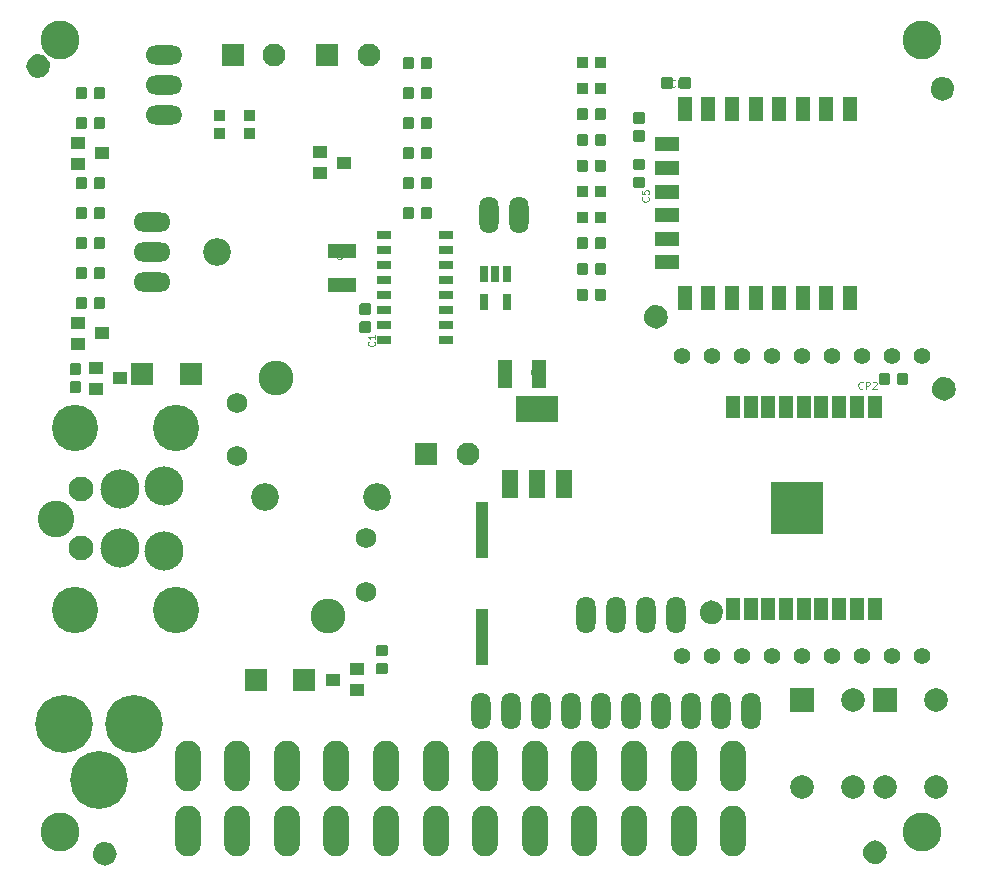
<source format=gts>
%TF.GenerationSoftware,KiCad,Pcbnew,(5.1.6-0-10_14)*%
%TF.CreationDate,2021-04-16T11:15:05+09:00*%
%TF.ProjectId,NinjaPCB_ver2.2,4e696e6a-6150-4434-925f-766572322e32,rev?*%
%TF.SameCoordinates,Original*%
%TF.FileFunction,Soldermask,Top*%
%TF.FilePolarity,Negative*%
%FSLAX46Y46*%
G04 Gerber Fmt 4.6, Leading zero omitted, Abs format (unit mm)*
G04 Created by KiCad (PCBNEW (5.1.6-0-10_14)) date 2021-04-16 11:15:05*
%MOMM*%
%LPD*%
G01*
G04 APERTURE LIST*
%ADD10C,0.038608*%
%ADD11C,0.060325*%
%ADD12C,0.100000*%
%ADD13C,3.300000*%
%ADD14C,1.951600*%
%ADD15R,1.951600X1.951600*%
%ADD16O,3.117600X1.609600*%
%ADD17O,2.201600X4.301600*%
%ADD18R,3.657600X2.260600*%
%ADD19R,1.371600X2.387600*%
%ADD20R,1.244600X2.387600*%
%ADD21R,1.101600X4.801600*%
%ADD22R,1.301600X0.701600*%
%ADD23C,2.006600*%
%ADD24R,2.006600X2.006600*%
%ADD25O,1.625600X3.149600*%
%ADD26C,4.901600*%
%ADD27C,2.951600*%
%ADD28C,1.751600*%
%ADD29C,2.351600*%
%ADD30R,1.901600X1.871600*%
%ADD31R,2.101600X1.301600*%
%ADD32R,1.301600X2.101600*%
%ADD33R,2.387600X1.244600*%
%ADD34R,4.401600X4.401600*%
%ADD35R,1.201600X1.951600*%
%ADD36R,1.244600X1.117600*%
%ADD37O,3.149600X1.625600*%
%ADD38C,1.409600*%
%ADD39C,2.100000*%
%ADD40C,3.917600*%
%ADD41C,3.101600*%
%ADD42C,3.317600*%
%ADD43R,0.660400X1.422400*%
G04 APERTURE END LIST*
%TO.C,C4*%
D10*
X152088136Y-99707045D02*
X152069751Y-99725430D01*
X152014597Y-99743815D01*
X151977827Y-99743815D01*
X151922673Y-99725430D01*
X151885903Y-99688660D01*
X151867519Y-99651891D01*
X151849134Y-99578352D01*
X151849134Y-99523198D01*
X151867519Y-99449659D01*
X151885903Y-99412889D01*
X151922673Y-99376120D01*
X151977827Y-99357735D01*
X152014597Y-99357735D01*
X152069751Y-99376120D01*
X152088136Y-99394504D01*
X152419061Y-99486428D02*
X152419061Y-99743815D01*
X152327138Y-99339350D02*
X152235214Y-99615121D01*
X152474216Y-99615121D01*
%TO.C,C1*%
D11*
X138628371Y-97011039D02*
X138657097Y-97039766D01*
X138685823Y-97125944D01*
X138685823Y-97183396D01*
X138657097Y-97269575D01*
X138599645Y-97327027D01*
X138542192Y-97355754D01*
X138427288Y-97384480D01*
X138341109Y-97384480D01*
X138226204Y-97355754D01*
X138168752Y-97327027D01*
X138111300Y-97269575D01*
X138082573Y-97183396D01*
X138082573Y-97125944D01*
X138111300Y-97039766D01*
X138140026Y-97011039D01*
X138685823Y-96436516D02*
X138685823Y-96781230D01*
X138685823Y-96608873D02*
X138082573Y-96608873D01*
X138168752Y-96666325D01*
X138226204Y-96723777D01*
X138254930Y-96781230D01*
%TO.C,CP1*%
X164104210Y-75371271D02*
X164075483Y-75399997D01*
X163989305Y-75428723D01*
X163931853Y-75428723D01*
X163845674Y-75399997D01*
X163788222Y-75342545D01*
X163759495Y-75285092D01*
X163730769Y-75170188D01*
X163730769Y-75084009D01*
X163759495Y-74969104D01*
X163788222Y-74911652D01*
X163845674Y-74854200D01*
X163931853Y-74825473D01*
X163989305Y-74825473D01*
X164075483Y-74854200D01*
X164104210Y-74882926D01*
X164362745Y-75428723D02*
X164362745Y-74825473D01*
X164592555Y-74825473D01*
X164650007Y-74854200D01*
X164678733Y-74882926D01*
X164707460Y-74940378D01*
X164707460Y-75026557D01*
X164678733Y-75084009D01*
X164650007Y-75112735D01*
X164592555Y-75141461D01*
X164362745Y-75141461D01*
X165281983Y-75428723D02*
X164937269Y-75428723D01*
X165109626Y-75428723D02*
X165109626Y-74825473D01*
X165052174Y-74911652D01*
X164994722Y-74969104D01*
X164937269Y-74997830D01*
%TO.C,C2*%
D10*
X135819145Y-89778963D02*
X135837530Y-89797348D01*
X135855915Y-89852502D01*
X135855915Y-89889272D01*
X135837530Y-89944426D01*
X135800760Y-89981196D01*
X135763991Y-89999580D01*
X135690452Y-90017965D01*
X135635298Y-90017965D01*
X135561759Y-89999580D01*
X135524989Y-89981196D01*
X135488220Y-89944426D01*
X135469835Y-89889272D01*
X135469835Y-89852502D01*
X135488220Y-89797348D01*
X135506604Y-89778963D01*
X135506604Y-89631885D02*
X135488220Y-89613500D01*
X135469835Y-89576731D01*
X135469835Y-89484807D01*
X135488220Y-89448038D01*
X135506604Y-89429653D01*
X135543374Y-89411268D01*
X135580143Y-89411268D01*
X135635298Y-89429653D01*
X135855915Y-89650270D01*
X135855915Y-89411268D01*
%TO.C,CP2*%
D11*
X179973610Y-100951671D02*
X179944883Y-100980397D01*
X179858705Y-101009123D01*
X179801253Y-101009123D01*
X179715074Y-100980397D01*
X179657622Y-100922945D01*
X179628895Y-100865492D01*
X179600169Y-100750588D01*
X179600169Y-100664409D01*
X179628895Y-100549504D01*
X179657622Y-100492052D01*
X179715074Y-100434600D01*
X179801253Y-100405873D01*
X179858705Y-100405873D01*
X179944883Y-100434600D01*
X179973610Y-100463326D01*
X180232145Y-101009123D02*
X180232145Y-100405873D01*
X180461955Y-100405873D01*
X180519407Y-100434600D01*
X180548133Y-100463326D01*
X180576860Y-100520778D01*
X180576860Y-100606957D01*
X180548133Y-100664409D01*
X180519407Y-100693135D01*
X180461955Y-100721861D01*
X180232145Y-100721861D01*
X180806669Y-100463326D02*
X180835395Y-100434600D01*
X180892848Y-100405873D01*
X181036479Y-100405873D01*
X181093931Y-100434600D01*
X181122657Y-100463326D01*
X181151383Y-100520778D01*
X181151383Y-100578230D01*
X181122657Y-100664409D01*
X180777943Y-101009123D01*
X181151383Y-101009123D01*
%TO.C,C5*%
X161816771Y-84777439D02*
X161845497Y-84806166D01*
X161874223Y-84892344D01*
X161874223Y-84949796D01*
X161845497Y-85035975D01*
X161788045Y-85093427D01*
X161730592Y-85122154D01*
X161615688Y-85150880D01*
X161529509Y-85150880D01*
X161414604Y-85122154D01*
X161357152Y-85093427D01*
X161299700Y-85035975D01*
X161270973Y-84949796D01*
X161270973Y-84892344D01*
X161299700Y-84806166D01*
X161328426Y-84777439D01*
X161270973Y-84231642D02*
X161270973Y-84518904D01*
X161558235Y-84547630D01*
X161529509Y-84518904D01*
X161500783Y-84461451D01*
X161500783Y-84317820D01*
X161529509Y-84260368D01*
X161558235Y-84231642D01*
X161615688Y-84202916D01*
X161759319Y-84202916D01*
X161816771Y-84231642D01*
X161845497Y-84260368D01*
X161874223Y-84317820D01*
X161874223Y-84461451D01*
X161845497Y-84518904D01*
X161816771Y-84547630D01*
D12*
%TO.C,U$3*%
G36*
X186725100Y-74590600D02*
G01*
X186502579Y-74615672D01*
X186291216Y-74689631D01*
X186101610Y-74808769D01*
X185943269Y-74967110D01*
X185824131Y-75156716D01*
X185725100Y-75590600D01*
X185750172Y-75813121D01*
X185824131Y-76024484D01*
X185943269Y-76214090D01*
X186101610Y-76372431D01*
X186291216Y-76491569D01*
X186725100Y-76590600D01*
X186947621Y-76565528D01*
X187158984Y-76491569D01*
X187348590Y-76372431D01*
X187506931Y-76214090D01*
X187626069Y-76024484D01*
X187725100Y-75590600D01*
X187700028Y-75368079D01*
X187626069Y-75156716D01*
X187506931Y-74967110D01*
X187348590Y-74808769D01*
X187158984Y-74689631D01*
X186725100Y-74590600D01*
G37*
%TO.C,U$4*%
G36*
X114808300Y-140360600D02*
G01*
X114833372Y-140583121D01*
X114907331Y-140794484D01*
X115026469Y-140984090D01*
X115184810Y-141142431D01*
X115374416Y-141261569D01*
X115808300Y-141360600D01*
X116030821Y-141335528D01*
X116242184Y-141261569D01*
X116431790Y-141142431D01*
X116590131Y-140984090D01*
X116709269Y-140794484D01*
X116808300Y-140360600D01*
X116783228Y-140138079D01*
X116709269Y-139926716D01*
X116590131Y-139737110D01*
X116431790Y-139578769D01*
X116242184Y-139459631D01*
X115808300Y-139360600D01*
X115585779Y-139385672D01*
X115374416Y-139459631D01*
X115184810Y-139578769D01*
X115026469Y-139737110D01*
X114907331Y-139926716D01*
X114808300Y-140360600D01*
G37*
%TO.C,U$5*%
G36*
X180010100Y-140233600D02*
G01*
X180035172Y-140456121D01*
X180109131Y-140667484D01*
X180228269Y-140857090D01*
X180386610Y-141015431D01*
X180576216Y-141134569D01*
X181010100Y-141233600D01*
X181232621Y-141208528D01*
X181443984Y-141134569D01*
X181633590Y-141015431D01*
X181791931Y-140857090D01*
X181911069Y-140667484D01*
X182010100Y-140233600D01*
X181985028Y-140011079D01*
X181911069Y-139799716D01*
X181791931Y-139610110D01*
X181633590Y-139451769D01*
X181443984Y-139332631D01*
X181010100Y-139233600D01*
X180787579Y-139258672D01*
X180576216Y-139332631D01*
X180386610Y-139451769D01*
X180228269Y-139610110D01*
X180109131Y-139799716D01*
X180010100Y-140233600D01*
G37*
%TO.C,U$7*%
G36*
X109169500Y-73660200D02*
G01*
X109194572Y-73882721D01*
X109268531Y-74094084D01*
X109387669Y-74283690D01*
X109546010Y-74442031D01*
X109735616Y-74561169D01*
X110169500Y-74660200D01*
X110392021Y-74635128D01*
X110603384Y-74561169D01*
X110792990Y-74442031D01*
X110951331Y-74283690D01*
X111070469Y-74094084D01*
X111169500Y-73660200D01*
X111144428Y-73437679D01*
X111070469Y-73226316D01*
X110951331Y-73036710D01*
X110792990Y-72878369D01*
X110603384Y-72759231D01*
X110169500Y-72660200D01*
X109946979Y-72685272D01*
X109735616Y-72759231D01*
X109546010Y-72878369D01*
X109387669Y-73036710D01*
X109268531Y-73226316D01*
X109169500Y-73660200D01*
G37*
%TO.C,U$8*%
G36*
X167167100Y-118913600D02*
G01*
X166944579Y-118938672D01*
X166733216Y-119012631D01*
X166543610Y-119131769D01*
X166385269Y-119290110D01*
X166266131Y-119479716D01*
X166167100Y-119913600D01*
X166192172Y-120136121D01*
X166266131Y-120347484D01*
X166385269Y-120537090D01*
X166543610Y-120695431D01*
X166733216Y-120814569D01*
X167167100Y-120913600D01*
X167389621Y-120888528D01*
X167600984Y-120814569D01*
X167790590Y-120695431D01*
X167948931Y-120537090D01*
X168068069Y-120347484D01*
X168167100Y-119913600D01*
X168142028Y-119691079D01*
X168068069Y-119479716D01*
X167948931Y-119290110D01*
X167790590Y-119131769D01*
X167600984Y-119012631D01*
X167167100Y-118913600D01*
G37*
%TO.C,U$9*%
G36*
X162468100Y-93894600D02*
G01*
X162245579Y-93919672D01*
X162034216Y-93993631D01*
X161844610Y-94112769D01*
X161686269Y-94271110D01*
X161567131Y-94460716D01*
X161468100Y-94894600D01*
X161493172Y-95117121D01*
X161567131Y-95328484D01*
X161686269Y-95518090D01*
X161844610Y-95676431D01*
X162034216Y-95795569D01*
X162468100Y-95894600D01*
X162690621Y-95869528D01*
X162901984Y-95795569D01*
X163091590Y-95676431D01*
X163249931Y-95518090D01*
X163369069Y-95328484D01*
X163468100Y-94894600D01*
X163443028Y-94672079D01*
X163369069Y-94460716D01*
X163249931Y-94271110D01*
X163091590Y-94112769D01*
X162901984Y-93993631D01*
X162468100Y-93894600D01*
G37*
%TO.C,U$10*%
G36*
X186852100Y-99990600D02*
G01*
X186629579Y-100015672D01*
X186418216Y-100089631D01*
X186228610Y-100208769D01*
X186070269Y-100367110D01*
X185951131Y-100556716D01*
X185852100Y-100990600D01*
X185877172Y-101213121D01*
X185951131Y-101424484D01*
X186070269Y-101614090D01*
X186228610Y-101772431D01*
X186418216Y-101891569D01*
X186852100Y-101990600D01*
X187074621Y-101965528D01*
X187285984Y-101891569D01*
X187475590Y-101772431D01*
X187633931Y-101614090D01*
X187753069Y-101424484D01*
X187852100Y-100990600D01*
X187827028Y-100768079D01*
X187753069Y-100556716D01*
X187633931Y-100367110D01*
X187475590Y-100208769D01*
X187285984Y-100089631D01*
X186852100Y-99990600D01*
G37*
%TD*%
D13*
%TO.C,@HOLE0*%
X112001100Y-138503600D03*
%TD*%
%TO.C,@HOLE1*%
X112001100Y-71503600D03*
%TD*%
%TO.C,@HOLE2*%
X185001100Y-71503600D03*
%TD*%
%TO.C,@HOLE3*%
X185001100Y-138503600D03*
%TD*%
D14*
%TO.C,HEATER_POWER1*%
X130158900Y-72722800D03*
D15*
X126658900Y-72722800D03*
%TD*%
D14*
%TO.C,HEATER_TEMP1*%
X138158900Y-72722800D03*
D15*
X134658900Y-72722800D03*
%TD*%
D16*
%TO.C,FAN1*%
X120828500Y-77858000D03*
X120828500Y-75318000D03*
X120828500Y-72778000D03*
%TD*%
D17*
%TO.C,ATX1*%
X122810300Y-138431000D03*
X127010300Y-138431000D03*
X122810300Y-132931000D03*
X131210300Y-138431000D03*
X135410300Y-138431000D03*
X139610300Y-138431000D03*
X143810300Y-138431000D03*
X148010300Y-138431000D03*
X152210300Y-138431000D03*
X156410300Y-138431000D03*
X160610300Y-138431000D03*
X164810300Y-138431000D03*
X169010300Y-138431000D03*
X127010300Y-132931000D03*
X131210300Y-132931000D03*
X135410300Y-132931000D03*
X139610300Y-132931000D03*
X143810300Y-132931000D03*
X148010300Y-132931000D03*
X152210300Y-132931000D03*
X156410300Y-132931000D03*
X160610300Y-132931000D03*
X164810300Y-132931000D03*
X169010300Y-132931000D03*
%TD*%
D18*
%TO.C,REG1*%
X152360100Y-102713800D03*
D19*
X154646100Y-109063800D03*
X152360100Y-109063800D03*
X150074100Y-109063800D03*
%TD*%
D20*
%TO.C,C4*%
X149655000Y-99762200D03*
X152576000Y-99762200D03*
%TD*%
D21*
%TO.C,C3*%
X147726900Y-122049200D03*
X147726900Y-112949200D03*
%TD*%
D22*
%TO.C,IC2*%
X144665300Y-88019200D03*
X144665300Y-89289200D03*
X144665300Y-90559200D03*
X144665300Y-91829200D03*
X144665300Y-93099200D03*
X144665300Y-94369200D03*
X144665300Y-95639200D03*
X144665300Y-96909200D03*
X139465300Y-96909200D03*
X139465300Y-95639200D03*
X139465300Y-94369200D03*
X139465300Y-93099200D03*
X139465300Y-91829200D03*
X139465300Y-90559200D03*
X139465300Y-89289200D03*
X139465300Y-88019200D03*
%TD*%
%TO.C,RD1*%
G36*
G01*
X142541800Y-86503075D02*
X142541800Y-85760125D01*
G75*
G02*
X142665625Y-85636300I123825J0D01*
G01*
X143408575Y-85636300D01*
G75*
G02*
X143532400Y-85760125I0J-123825D01*
G01*
X143532400Y-86503075D01*
G75*
G02*
X143408575Y-86626900I-123825J0D01*
G01*
X142665625Y-86626900D01*
G75*
G02*
X142541800Y-86503075I0J123825D01*
G01*
G37*
G36*
G01*
X141017800Y-86503075D02*
X141017800Y-85760125D01*
G75*
G02*
X141141625Y-85636300I123825J0D01*
G01*
X141884575Y-85636300D01*
G75*
G02*
X142008400Y-85760125I0J-123825D01*
G01*
X142008400Y-86503075D01*
G75*
G02*
X141884575Y-86626900I-123825J0D01*
G01*
X141141625Y-86626900D01*
G75*
G02*
X141017800Y-86503075I0J123825D01*
G01*
G37*
%TD*%
%TO.C,RD2*%
G36*
G01*
X142008400Y-83220125D02*
X142008400Y-83963075D01*
G75*
G02*
X141884575Y-84086900I-123825J0D01*
G01*
X141141625Y-84086900D01*
G75*
G02*
X141017800Y-83963075I0J123825D01*
G01*
X141017800Y-83220125D01*
G75*
G02*
X141141625Y-83096300I123825J0D01*
G01*
X141884575Y-83096300D01*
G75*
G02*
X142008400Y-83220125I0J-123825D01*
G01*
G37*
G36*
G01*
X143532400Y-83220125D02*
X143532400Y-83963075D01*
G75*
G02*
X143408575Y-84086900I-123825J0D01*
G01*
X142665625Y-84086900D01*
G75*
G02*
X142541800Y-83963075I0J123825D01*
G01*
X142541800Y-83220125D01*
G75*
G02*
X142665625Y-83096300I123825J0D01*
G01*
X143408575Y-83096300D01*
G75*
G02*
X143532400Y-83220125I0J-123825D01*
G01*
G37*
%TD*%
%TO.C,C1*%
G36*
G01*
X138228775Y-94745700D02*
X137485825Y-94745700D01*
G75*
G02*
X137362000Y-94621875I0J123825D01*
G01*
X137362000Y-93878925D01*
G75*
G02*
X137485825Y-93755100I123825J0D01*
G01*
X138228775Y-93755100D01*
G75*
G02*
X138352600Y-93878925I0J-123825D01*
G01*
X138352600Y-94621875D01*
G75*
G02*
X138228775Y-94745700I-123825J0D01*
G01*
G37*
G36*
G01*
X138228775Y-96269700D02*
X137485825Y-96269700D01*
G75*
G02*
X137362000Y-96145875I0J123825D01*
G01*
X137362000Y-95402925D01*
G75*
G02*
X137485825Y-95279100I123825J0D01*
G01*
X138228775Y-95279100D01*
G75*
G02*
X138352600Y-95402925I0J-123825D01*
G01*
X138352600Y-96145875D01*
G75*
G02*
X138228775Y-96269700I-123825J0D01*
G01*
G37*
%TD*%
%TO.C,RT1*%
G36*
G01*
X142541800Y-73803075D02*
X142541800Y-73060125D01*
G75*
G02*
X142665625Y-72936300I123825J0D01*
G01*
X143408575Y-72936300D01*
G75*
G02*
X143532400Y-73060125I0J-123825D01*
G01*
X143532400Y-73803075D01*
G75*
G02*
X143408575Y-73926900I-123825J0D01*
G01*
X142665625Y-73926900D01*
G75*
G02*
X142541800Y-73803075I0J123825D01*
G01*
G37*
G36*
G01*
X141017800Y-73803075D02*
X141017800Y-73060125D01*
G75*
G02*
X141141625Y-72936300I123825J0D01*
G01*
X141884575Y-72936300D01*
G75*
G02*
X142008400Y-73060125I0J-123825D01*
G01*
X142008400Y-73803075D01*
G75*
G02*
X141884575Y-73926900I-123825J0D01*
G01*
X141141625Y-73926900D01*
G75*
G02*
X141017800Y-73803075I0J123825D01*
G01*
G37*
%TD*%
%TO.C,RL2*%
G36*
G01*
X142541800Y-78883075D02*
X142541800Y-78140125D01*
G75*
G02*
X142665625Y-78016300I123825J0D01*
G01*
X143408575Y-78016300D01*
G75*
G02*
X143532400Y-78140125I0J-123825D01*
G01*
X143532400Y-78883075D01*
G75*
G02*
X143408575Y-79006900I-123825J0D01*
G01*
X142665625Y-79006900D01*
G75*
G02*
X142541800Y-78883075I0J123825D01*
G01*
G37*
G36*
G01*
X141017800Y-78883075D02*
X141017800Y-78140125D01*
G75*
G02*
X141141625Y-78016300I123825J0D01*
G01*
X141884575Y-78016300D01*
G75*
G02*
X142008400Y-78140125I0J-123825D01*
G01*
X142008400Y-78883075D01*
G75*
G02*
X141884575Y-79006900I-123825J0D01*
G01*
X141141625Y-79006900D01*
G75*
G02*
X141017800Y-78883075I0J123825D01*
G01*
G37*
%TD*%
%TO.C,RH1*%
G36*
G01*
X142008400Y-75600125D02*
X142008400Y-76343075D01*
G75*
G02*
X141884575Y-76466900I-123825J0D01*
G01*
X141141625Y-76466900D01*
G75*
G02*
X141017800Y-76343075I0J123825D01*
G01*
X141017800Y-75600125D01*
G75*
G02*
X141141625Y-75476300I123825J0D01*
G01*
X141884575Y-75476300D01*
G75*
G02*
X142008400Y-75600125I0J-123825D01*
G01*
G37*
G36*
G01*
X143532400Y-75600125D02*
X143532400Y-76343075D01*
G75*
G02*
X143408575Y-76466900I-123825J0D01*
G01*
X142665625Y-76466900D01*
G75*
G02*
X142541800Y-76343075I0J123825D01*
G01*
X142541800Y-75600125D01*
G75*
G02*
X142665625Y-75476300I123825J0D01*
G01*
X143408575Y-75476300D01*
G75*
G02*
X143532400Y-75600125I0J-123825D01*
G01*
G37*
%TD*%
D23*
%TO.C,RST1*%
X181842100Y-134686600D03*
X186160100Y-134686600D03*
X186160100Y-127320600D03*
D24*
X181842100Y-127320600D03*
%TD*%
%TO.C,R1*%
G36*
G01*
X157273800Y-80305475D02*
X157273800Y-79562525D01*
G75*
G02*
X157397625Y-79438700I123825J0D01*
G01*
X158140575Y-79438700D01*
G75*
G02*
X158264400Y-79562525I0J-123825D01*
G01*
X158264400Y-80305475D01*
G75*
G02*
X158140575Y-80429300I-123825J0D01*
G01*
X157397625Y-80429300D01*
G75*
G02*
X157273800Y-80305475I0J123825D01*
G01*
G37*
G36*
G01*
X155749800Y-80305475D02*
X155749800Y-79562525D01*
G75*
G02*
X155873625Y-79438700I123825J0D01*
G01*
X156616575Y-79438700D01*
G75*
G02*
X156740400Y-79562525I0J-123825D01*
G01*
X156740400Y-80305475D01*
G75*
G02*
X156616575Y-80429300I-123825J0D01*
G01*
X155873625Y-80429300D01*
G75*
G02*
X155749800Y-80305475I0J123825D01*
G01*
G37*
%TD*%
%TO.C,R19*%
G36*
G01*
X114855800Y-76343075D02*
X114855800Y-75600125D01*
G75*
G02*
X114979625Y-75476300I123825J0D01*
G01*
X115722575Y-75476300D01*
G75*
G02*
X115846400Y-75600125I0J-123825D01*
G01*
X115846400Y-76343075D01*
G75*
G02*
X115722575Y-76466900I-123825J0D01*
G01*
X114979625Y-76466900D01*
G75*
G02*
X114855800Y-76343075I0J123825D01*
G01*
G37*
G36*
G01*
X113331800Y-76343075D02*
X113331800Y-75600125D01*
G75*
G02*
X113455625Y-75476300I123825J0D01*
G01*
X114198575Y-75476300D01*
G75*
G02*
X114322400Y-75600125I0J-123825D01*
G01*
X114322400Y-76343075D01*
G75*
G02*
X114198575Y-76466900I-123825J0D01*
G01*
X113455625Y-76466900D01*
G75*
G02*
X113331800Y-76343075I0J123825D01*
G01*
G37*
%TD*%
%TO.C,R17*%
G36*
G01*
X127679625Y-78879900D02*
X128422575Y-78879900D01*
G75*
G02*
X128546400Y-79003725I0J-123825D01*
G01*
X128546400Y-79746675D01*
G75*
G02*
X128422575Y-79870500I-123825J0D01*
G01*
X127679625Y-79870500D01*
G75*
G02*
X127555800Y-79746675I0J123825D01*
G01*
X127555800Y-79003725D01*
G75*
G02*
X127679625Y-78879900I123825J0D01*
G01*
G37*
G36*
G01*
X127679625Y-77355900D02*
X128422575Y-77355900D01*
G75*
G02*
X128546400Y-77479725I0J-123825D01*
G01*
X128546400Y-78222675D01*
G75*
G02*
X128422575Y-78346500I-123825J0D01*
G01*
X127679625Y-78346500D01*
G75*
G02*
X127555800Y-78222675I0J123825D01*
G01*
X127555800Y-77479725D01*
G75*
G02*
X127679625Y-77355900I123825J0D01*
G01*
G37*
%TD*%
%TO.C,R8*%
G36*
G01*
X157273800Y-86858675D02*
X157273800Y-86115725D01*
G75*
G02*
X157397625Y-85991900I123825J0D01*
G01*
X158140575Y-85991900D01*
G75*
G02*
X158264400Y-86115725I0J-123825D01*
G01*
X158264400Y-86858675D01*
G75*
G02*
X158140575Y-86982500I-123825J0D01*
G01*
X157397625Y-86982500D01*
G75*
G02*
X157273800Y-86858675I0J123825D01*
G01*
G37*
G36*
G01*
X155749800Y-86858675D02*
X155749800Y-86115725D01*
G75*
G02*
X155873625Y-85991900I123825J0D01*
G01*
X156616575Y-85991900D01*
G75*
G02*
X156740400Y-86115725I0J-123825D01*
G01*
X156740400Y-86858675D01*
G75*
G02*
X156616575Y-86982500I-123825J0D01*
G01*
X155873625Y-86982500D01*
G75*
G02*
X155749800Y-86858675I0J123825D01*
G01*
G37*
%TD*%
D23*
%TO.C,MODE1*%
X174842100Y-134686600D03*
X179160100Y-134686600D03*
X179160100Y-127320600D03*
D24*
X174842100Y-127320600D03*
%TD*%
D25*
%TO.C,WELL_TEMP1*%
X150911100Y-86313600D03*
X148371100Y-86313600D03*
%TD*%
D26*
%TO.C,JACK1*%
X112391100Y-129403600D03*
X118291100Y-129403600D03*
X115291100Y-134103600D03*
%TD*%
%TO.C,R2*%
G36*
G01*
X157273800Y-73752275D02*
X157273800Y-73009325D01*
G75*
G02*
X157397625Y-72885500I123825J0D01*
G01*
X158140575Y-72885500D01*
G75*
G02*
X158264400Y-73009325I0J-123825D01*
G01*
X158264400Y-73752275D01*
G75*
G02*
X158140575Y-73876100I-123825J0D01*
G01*
X157397625Y-73876100D01*
G75*
G02*
X157273800Y-73752275I0J123825D01*
G01*
G37*
G36*
G01*
X155749800Y-73752275D02*
X155749800Y-73009325D01*
G75*
G02*
X155873625Y-72885500I123825J0D01*
G01*
X156616575Y-72885500D01*
G75*
G02*
X156740400Y-73009325I0J-123825D01*
G01*
X156740400Y-73752275D01*
G75*
G02*
X156616575Y-73876100I-123825J0D01*
G01*
X155873625Y-73876100D01*
G75*
G02*
X155749800Y-73752275I0J123825D01*
G01*
G37*
%TD*%
%TO.C,R7*%
G36*
G01*
X157273800Y-93411875D02*
X157273800Y-92668925D01*
G75*
G02*
X157397625Y-92545100I123825J0D01*
G01*
X158140575Y-92545100D01*
G75*
G02*
X158264400Y-92668925I0J-123825D01*
G01*
X158264400Y-93411875D01*
G75*
G02*
X158140575Y-93535700I-123825J0D01*
G01*
X157397625Y-93535700D01*
G75*
G02*
X157273800Y-93411875I0J123825D01*
G01*
G37*
G36*
G01*
X155749800Y-93411875D02*
X155749800Y-92668925D01*
G75*
G02*
X155873625Y-92545100I123825J0D01*
G01*
X156616575Y-92545100D01*
G75*
G02*
X156740400Y-92668925I0J-123825D01*
G01*
X156740400Y-93411875D01*
G75*
G02*
X156616575Y-93535700I-123825J0D01*
G01*
X155873625Y-93535700D01*
G75*
G02*
X155749800Y-93411875I0J123825D01*
G01*
G37*
%TD*%
%TO.C,R18*%
G36*
G01*
X125882575Y-78346500D02*
X125139625Y-78346500D01*
G75*
G02*
X125015800Y-78222675I0J123825D01*
G01*
X125015800Y-77479725D01*
G75*
G02*
X125139625Y-77355900I123825J0D01*
G01*
X125882575Y-77355900D01*
G75*
G02*
X126006400Y-77479725I0J-123825D01*
G01*
X126006400Y-78222675D01*
G75*
G02*
X125882575Y-78346500I-123825J0D01*
G01*
G37*
G36*
G01*
X125882575Y-79870500D02*
X125139625Y-79870500D01*
G75*
G02*
X125015800Y-79746675I0J123825D01*
G01*
X125015800Y-79003725D01*
G75*
G02*
X125139625Y-78879900I123825J0D01*
G01*
X125882575Y-78879900D01*
G75*
G02*
X126006400Y-79003725I0J-123825D01*
G01*
X126006400Y-79746675D01*
G75*
G02*
X125882575Y-79870500I-123825J0D01*
G01*
G37*
%TD*%
%TO.C,R20*%
G36*
G01*
X114855800Y-78883075D02*
X114855800Y-78140125D01*
G75*
G02*
X114979625Y-78016300I123825J0D01*
G01*
X115722575Y-78016300D01*
G75*
G02*
X115846400Y-78140125I0J-123825D01*
G01*
X115846400Y-78883075D01*
G75*
G02*
X115722575Y-79006900I-123825J0D01*
G01*
X114979625Y-79006900D01*
G75*
G02*
X114855800Y-78883075I0J123825D01*
G01*
G37*
G36*
G01*
X113331800Y-78883075D02*
X113331800Y-78140125D01*
G75*
G02*
X113455625Y-78016300I123825J0D01*
G01*
X114198575Y-78016300D01*
G75*
G02*
X114322400Y-78140125I0J-123825D01*
G01*
X114322400Y-78883075D01*
G75*
G02*
X114198575Y-79006900I-123825J0D01*
G01*
X113455625Y-79006900D01*
G75*
G02*
X113331800Y-78883075I0J123825D01*
G01*
G37*
%TD*%
%TO.C,R13*%
G36*
G01*
X114855800Y-91583075D02*
X114855800Y-90840125D01*
G75*
G02*
X114979625Y-90716300I123825J0D01*
G01*
X115722575Y-90716300D01*
G75*
G02*
X115846400Y-90840125I0J-123825D01*
G01*
X115846400Y-91583075D01*
G75*
G02*
X115722575Y-91706900I-123825J0D01*
G01*
X114979625Y-91706900D01*
G75*
G02*
X114855800Y-91583075I0J123825D01*
G01*
G37*
G36*
G01*
X113331800Y-91583075D02*
X113331800Y-90840125D01*
G75*
G02*
X113455625Y-90716300I123825J0D01*
G01*
X114198575Y-90716300D01*
G75*
G02*
X114322400Y-90840125I0J-123825D01*
G01*
X114322400Y-91583075D01*
G75*
G02*
X114198575Y-91706900I-123825J0D01*
G01*
X113455625Y-91706900D01*
G75*
G02*
X113331800Y-91583075I0J123825D01*
G01*
G37*
%TD*%
%TO.C,R15*%
G36*
G01*
X114855800Y-86503075D02*
X114855800Y-85760125D01*
G75*
G02*
X114979625Y-85636300I123825J0D01*
G01*
X115722575Y-85636300D01*
G75*
G02*
X115846400Y-85760125I0J-123825D01*
G01*
X115846400Y-86503075D01*
G75*
G02*
X115722575Y-86626900I-123825J0D01*
G01*
X114979625Y-86626900D01*
G75*
G02*
X114855800Y-86503075I0J123825D01*
G01*
G37*
G36*
G01*
X113331800Y-86503075D02*
X113331800Y-85760125D01*
G75*
G02*
X113455625Y-85636300I123825J0D01*
G01*
X114198575Y-85636300D01*
G75*
G02*
X114322400Y-85760125I0J-123825D01*
G01*
X114322400Y-86503075D01*
G75*
G02*
X114198575Y-86626900I-123825J0D01*
G01*
X113455625Y-86626900D01*
G75*
G02*
X113331800Y-86503075I0J123825D01*
G01*
G37*
%TD*%
%TO.C,R16*%
G36*
G01*
X114855800Y-89043075D02*
X114855800Y-88300125D01*
G75*
G02*
X114979625Y-88176300I123825J0D01*
G01*
X115722575Y-88176300D01*
G75*
G02*
X115846400Y-88300125I0J-123825D01*
G01*
X115846400Y-89043075D01*
G75*
G02*
X115722575Y-89166900I-123825J0D01*
G01*
X114979625Y-89166900D01*
G75*
G02*
X114855800Y-89043075I0J123825D01*
G01*
G37*
G36*
G01*
X113331800Y-89043075D02*
X113331800Y-88300125D01*
G75*
G02*
X113455625Y-88176300I123825J0D01*
G01*
X114198575Y-88176300D01*
G75*
G02*
X114322400Y-88300125I0J-123825D01*
G01*
X114322400Y-89043075D01*
G75*
G02*
X114198575Y-89166900I-123825J0D01*
G01*
X113455625Y-89166900D01*
G75*
G02*
X113331800Y-89043075I0J123825D01*
G01*
G37*
%TD*%
D27*
%TO.C,RELAY1*%
X130280300Y-100065000D03*
X134680300Y-120265000D03*
D28*
X137930300Y-118165000D03*
X137930300Y-113665000D03*
X127030300Y-106665000D03*
X127030300Y-102165000D03*
D29*
X129380300Y-110165000D03*
X138880300Y-110165000D03*
%TD*%
D30*
%TO.C,D1*%
X123066700Y-99712800D03*
X118982700Y-99712800D03*
%TD*%
%TO.C,D2*%
X128599900Y-125628600D03*
X132683900Y-125628600D03*
%TD*%
%TO.C,R11*%
G36*
G01*
X112947625Y-100368300D02*
X113690575Y-100368300D01*
G75*
G02*
X113814400Y-100492125I0J-123825D01*
G01*
X113814400Y-101235075D01*
G75*
G02*
X113690575Y-101358900I-123825J0D01*
G01*
X112947625Y-101358900D01*
G75*
G02*
X112823800Y-101235075I0J123825D01*
G01*
X112823800Y-100492125D01*
G75*
G02*
X112947625Y-100368300I123825J0D01*
G01*
G37*
G36*
G01*
X112947625Y-98844300D02*
X113690575Y-98844300D01*
G75*
G02*
X113814400Y-98968125I0J-123825D01*
G01*
X113814400Y-99711075D01*
G75*
G02*
X113690575Y-99834900I-123825J0D01*
G01*
X112947625Y-99834900D01*
G75*
G02*
X112823800Y-99711075I0J123825D01*
G01*
X112823800Y-98968125D01*
G75*
G02*
X112947625Y-98844300I123825J0D01*
G01*
G37*
%TD*%
%TO.C,R12*%
G36*
G01*
X139623975Y-123660100D02*
X138881025Y-123660100D01*
G75*
G02*
X138757200Y-123536275I0J123825D01*
G01*
X138757200Y-122793325D01*
G75*
G02*
X138881025Y-122669500I123825J0D01*
G01*
X139623975Y-122669500D01*
G75*
G02*
X139747800Y-122793325I0J-123825D01*
G01*
X139747800Y-123536275D01*
G75*
G02*
X139623975Y-123660100I-123825J0D01*
G01*
G37*
G36*
G01*
X139623975Y-125184100D02*
X138881025Y-125184100D01*
G75*
G02*
X138757200Y-125060275I0J123825D01*
G01*
X138757200Y-124317325D01*
G75*
G02*
X138881025Y-124193500I123825J0D01*
G01*
X139623975Y-124193500D01*
G75*
G02*
X139747800Y-124317325I0J-123825D01*
G01*
X139747800Y-125060275D01*
G75*
G02*
X139623975Y-125184100I-123825J0D01*
G01*
G37*
%TD*%
D31*
%TO.C,ESP1*%
X163421100Y-80305600D03*
X163421100Y-82305600D03*
X163421100Y-84305600D03*
X163421100Y-86305600D03*
X163421100Y-88305600D03*
X163421100Y-90305600D03*
D32*
X164901100Y-77305600D03*
X166901100Y-77305600D03*
X168901100Y-77305600D03*
X170901100Y-77305600D03*
X172901100Y-77305600D03*
X176901100Y-77305600D03*
X174901100Y-77305600D03*
X178901100Y-77305600D03*
X178901100Y-93305600D03*
X176901100Y-93305600D03*
X174901100Y-93305600D03*
X172901100Y-93305600D03*
X170901100Y-93305600D03*
X168901100Y-93305600D03*
X166901100Y-93305600D03*
X164901100Y-93305600D03*
%TD*%
%TO.C,R4*%
G36*
G01*
X157273800Y-78121075D02*
X157273800Y-77378125D01*
G75*
G02*
X157397625Y-77254300I123825J0D01*
G01*
X158140575Y-77254300D01*
G75*
G02*
X158264400Y-77378125I0J-123825D01*
G01*
X158264400Y-78121075D01*
G75*
G02*
X158140575Y-78244900I-123825J0D01*
G01*
X157397625Y-78244900D01*
G75*
G02*
X157273800Y-78121075I0J123825D01*
G01*
G37*
G36*
G01*
X155749800Y-78121075D02*
X155749800Y-77378125D01*
G75*
G02*
X155873625Y-77254300I123825J0D01*
G01*
X156616575Y-77254300D01*
G75*
G02*
X156740400Y-77378125I0J-123825D01*
G01*
X156740400Y-78121075D01*
G75*
G02*
X156616575Y-78244900I-123825J0D01*
G01*
X155873625Y-78244900D01*
G75*
G02*
X155749800Y-78121075I0J123825D01*
G01*
G37*
%TD*%
%TO.C,R5*%
G36*
G01*
X156740400Y-88300125D02*
X156740400Y-89043075D01*
G75*
G02*
X156616575Y-89166900I-123825J0D01*
G01*
X155873625Y-89166900D01*
G75*
G02*
X155749800Y-89043075I0J123825D01*
G01*
X155749800Y-88300125D01*
G75*
G02*
X155873625Y-88176300I123825J0D01*
G01*
X156616575Y-88176300D01*
G75*
G02*
X156740400Y-88300125I0J-123825D01*
G01*
G37*
G36*
G01*
X158264400Y-88300125D02*
X158264400Y-89043075D01*
G75*
G02*
X158140575Y-89166900I-123825J0D01*
G01*
X157397625Y-89166900D01*
G75*
G02*
X157273800Y-89043075I0J123825D01*
G01*
X157273800Y-88300125D01*
G75*
G02*
X157397625Y-88176300I123825J0D01*
G01*
X158140575Y-88176300D01*
G75*
G02*
X158264400Y-88300125I0J-123825D01*
G01*
G37*
%TD*%
%TO.C,R6*%
G36*
G01*
X157273800Y-91227475D02*
X157273800Y-90484525D01*
G75*
G02*
X157397625Y-90360700I123825J0D01*
G01*
X158140575Y-90360700D01*
G75*
G02*
X158264400Y-90484525I0J-123825D01*
G01*
X158264400Y-91227475D01*
G75*
G02*
X158140575Y-91351300I-123825J0D01*
G01*
X157397625Y-91351300D01*
G75*
G02*
X157273800Y-91227475I0J123825D01*
G01*
G37*
G36*
G01*
X155749800Y-91227475D02*
X155749800Y-90484525D01*
G75*
G02*
X155873625Y-90360700I123825J0D01*
G01*
X156616575Y-90360700D01*
G75*
G02*
X156740400Y-90484525I0J-123825D01*
G01*
X156740400Y-91227475D01*
G75*
G02*
X156616575Y-91351300I-123825J0D01*
G01*
X155873625Y-91351300D01*
G75*
G02*
X155749800Y-91227475I0J123825D01*
G01*
G37*
%TD*%
%TO.C,R3*%
G36*
G01*
X157273800Y-75936675D02*
X157273800Y-75193725D01*
G75*
G02*
X157397625Y-75069900I123825J0D01*
G01*
X158140575Y-75069900D01*
G75*
G02*
X158264400Y-75193725I0J-123825D01*
G01*
X158264400Y-75936675D01*
G75*
G02*
X158140575Y-76060500I-123825J0D01*
G01*
X157397625Y-76060500D01*
G75*
G02*
X157273800Y-75936675I0J123825D01*
G01*
G37*
G36*
G01*
X155749800Y-75936675D02*
X155749800Y-75193725D01*
G75*
G02*
X155873625Y-75069900I123825J0D01*
G01*
X156616575Y-75069900D01*
G75*
G02*
X156740400Y-75193725I0J-123825D01*
G01*
X156740400Y-75936675D01*
G75*
G02*
X156616575Y-76060500I-123825J0D01*
G01*
X155873625Y-76060500D01*
G75*
G02*
X155749800Y-75936675I0J123825D01*
G01*
G37*
%TD*%
%TO.C,CP1*%
G36*
G01*
X163899400Y-74736725D02*
X163899400Y-75479675D01*
G75*
G02*
X163775575Y-75603500I-123825J0D01*
G01*
X163032625Y-75603500D01*
G75*
G02*
X162908800Y-75479675I0J123825D01*
G01*
X162908800Y-74736725D01*
G75*
G02*
X163032625Y-74612900I123825J0D01*
G01*
X163775575Y-74612900D01*
G75*
G02*
X163899400Y-74736725I0J-123825D01*
G01*
G37*
G36*
G01*
X165423400Y-74736725D02*
X165423400Y-75479675D01*
G75*
G02*
X165299575Y-75603500I-123825J0D01*
G01*
X164556625Y-75603500D01*
G75*
G02*
X164432800Y-75479675I0J123825D01*
G01*
X164432800Y-74736725D01*
G75*
G02*
X164556625Y-74612900I123825J0D01*
G01*
X165299575Y-74612900D01*
G75*
G02*
X165423400Y-74736725I0J-123825D01*
G01*
G37*
%TD*%
%TO.C,RL1*%
G36*
G01*
X142541800Y-81423075D02*
X142541800Y-80680125D01*
G75*
G02*
X142665625Y-80556300I123825J0D01*
G01*
X143408575Y-80556300D01*
G75*
G02*
X143532400Y-80680125I0J-123825D01*
G01*
X143532400Y-81423075D01*
G75*
G02*
X143408575Y-81546900I-123825J0D01*
G01*
X142665625Y-81546900D01*
G75*
G02*
X142541800Y-81423075I0J123825D01*
G01*
G37*
G36*
G01*
X141017800Y-81423075D02*
X141017800Y-80680125D01*
G75*
G02*
X141141625Y-80556300I123825J0D01*
G01*
X141884575Y-80556300D01*
G75*
G02*
X142008400Y-80680125I0J-123825D01*
G01*
X142008400Y-81423075D01*
G75*
G02*
X141884575Y-81546900I-123825J0D01*
G01*
X141141625Y-81546900D01*
G75*
G02*
X141017800Y-81423075I0J123825D01*
G01*
G37*
%TD*%
D33*
%TO.C,C2*%
X135874300Y-92212100D03*
X135874300Y-89291100D03*
%TD*%
D34*
%TO.C,ESP2*%
X174407100Y-111103600D03*
D35*
X180977100Y-119678600D03*
X179477100Y-119678600D03*
X177977100Y-119678600D03*
X176477100Y-119678600D03*
X174977100Y-119678600D03*
X173477100Y-119678600D03*
X171977100Y-119678600D03*
X170477100Y-119678600D03*
X168977100Y-119678600D03*
X168977100Y-102528600D03*
X170477100Y-102528600D03*
X171977100Y-102528600D03*
X173477100Y-102528600D03*
X174977100Y-102528600D03*
X176477100Y-102528600D03*
X177977100Y-102528600D03*
X179477100Y-102528600D03*
X180977100Y-102528600D03*
%TD*%
%TO.C,CP2*%
G36*
G01*
X182842200Y-100552075D02*
X182842200Y-99809125D01*
G75*
G02*
X182966025Y-99685300I123825J0D01*
G01*
X183708975Y-99685300D01*
G75*
G02*
X183832800Y-99809125I0J-123825D01*
G01*
X183832800Y-100552075D01*
G75*
G02*
X183708975Y-100675900I-123825J0D01*
G01*
X182966025Y-100675900D01*
G75*
G02*
X182842200Y-100552075I0J123825D01*
G01*
G37*
G36*
G01*
X181318200Y-100552075D02*
X181318200Y-99809125D01*
G75*
G02*
X181442025Y-99685300I123825J0D01*
G01*
X182184975Y-99685300D01*
G75*
G02*
X182308800Y-99809125I0J-123825D01*
G01*
X182308800Y-100552075D01*
G75*
G02*
X182184975Y-100675900I-123825J0D01*
G01*
X181442025Y-100675900D01*
G75*
G02*
X181318200Y-100552075I0J123825D01*
G01*
G37*
%TD*%
%TO.C,U$3*%
G36*
G01*
X186725100Y-75039800D02*
X186725100Y-75039800D01*
G75*
G02*
X187275900Y-75590600I0J-550800D01*
G01*
X187275900Y-75590600D01*
G75*
G02*
X186725100Y-76141400I-550800J0D01*
G01*
X186725100Y-76141400D01*
G75*
G02*
X186174300Y-75590600I0J550800D01*
G01*
X186174300Y-75590600D01*
G75*
G02*
X186725100Y-75039800I550800J0D01*
G01*
G37*
%TD*%
%TO.C,U$4*%
G36*
G01*
X115257500Y-140360600D02*
X115257500Y-140360600D01*
G75*
G02*
X115808300Y-139809800I550800J0D01*
G01*
X115808300Y-139809800D01*
G75*
G02*
X116359100Y-140360600I0J-550800D01*
G01*
X116359100Y-140360600D01*
G75*
G02*
X115808300Y-140911400I-550800J0D01*
G01*
X115808300Y-140911400D01*
G75*
G02*
X115257500Y-140360600I0J550800D01*
G01*
G37*
%TD*%
%TO.C,U$5*%
G36*
G01*
X180459300Y-140233600D02*
X180459300Y-140233600D01*
G75*
G02*
X181010100Y-139682800I550800J0D01*
G01*
X181010100Y-139682800D01*
G75*
G02*
X181560900Y-140233600I0J-550800D01*
G01*
X181560900Y-140233600D01*
G75*
G02*
X181010100Y-140784400I-550800J0D01*
G01*
X181010100Y-140784400D01*
G75*
G02*
X180459300Y-140233600I0J550800D01*
G01*
G37*
%TD*%
%TO.C,R10*%
G36*
G01*
X156740400Y-83931325D02*
X156740400Y-84674275D01*
G75*
G02*
X156616575Y-84798100I-123825J0D01*
G01*
X155873625Y-84798100D01*
G75*
G02*
X155749800Y-84674275I0J123825D01*
G01*
X155749800Y-83931325D01*
G75*
G02*
X155873625Y-83807500I123825J0D01*
G01*
X156616575Y-83807500D01*
G75*
G02*
X156740400Y-83931325I0J-123825D01*
G01*
G37*
G36*
G01*
X158264400Y-83931325D02*
X158264400Y-84674275D01*
G75*
G02*
X158140575Y-84798100I-123825J0D01*
G01*
X157397625Y-84798100D01*
G75*
G02*
X157273800Y-84674275I0J123825D01*
G01*
X157273800Y-83931325D01*
G75*
G02*
X157397625Y-83807500I123825J0D01*
G01*
X158140575Y-83807500D01*
G75*
G02*
X158264400Y-83931325I0J-123825D01*
G01*
G37*
%TD*%
D36*
%TO.C,Q4*%
X115097100Y-99212600D03*
X115097100Y-100990600D03*
X117129100Y-100101600D03*
%TD*%
%TO.C,Q5*%
X137195100Y-126517600D03*
X137195100Y-124739600D03*
X135163100Y-125628600D03*
%TD*%
%TO.C,Q6*%
X113573100Y-95402600D03*
X113573100Y-97180600D03*
X115605100Y-96291600D03*
%TD*%
%TO.C,Q2*%
X134028500Y-80979600D03*
X134028500Y-82757600D03*
X136060500Y-81868600D03*
%TD*%
%TO.C,Q3*%
X113573100Y-80162600D03*
X113573100Y-81940600D03*
X115605100Y-81051600D03*
%TD*%
D25*
%TO.C,SERIAL6*%
X147685300Y-128321000D03*
X150225300Y-128321000D03*
X152765300Y-128321000D03*
X155305300Y-128321000D03*
X157845300Y-128321000D03*
X160385300Y-128321000D03*
%TD*%
D29*
%TO.C,HEATSINK1*%
X125304900Y-89409400D03*
%TD*%
D37*
%TO.C,Q1*%
X119764900Y-91949400D03*
X119764900Y-89409400D03*
X119764900Y-86869400D03*
%TD*%
D38*
%TO.C,ESP3*%
X184965500Y-123664600D03*
X182425500Y-123664600D03*
X179885500Y-123664600D03*
X177345500Y-123664600D03*
X174805500Y-123664600D03*
X172265500Y-123664600D03*
X169725500Y-123664600D03*
X167185500Y-123664600D03*
X164645500Y-123664600D03*
X164645500Y-98264600D03*
X167185500Y-98264600D03*
X169725500Y-98264600D03*
X172265500Y-98264600D03*
X174805500Y-98264600D03*
X177345500Y-98264600D03*
X179885500Y-98264600D03*
X182425500Y-98264600D03*
X184965500Y-98264600D03*
%TD*%
%TO.C,U$7*%
G36*
G01*
X109618700Y-73660200D02*
X109618700Y-73660200D01*
G75*
G02*
X110169500Y-73109400I550800J0D01*
G01*
X110169500Y-73109400D01*
G75*
G02*
X110720300Y-73660200I0J-550800D01*
G01*
X110720300Y-73660200D01*
G75*
G02*
X110169500Y-74211000I-550800J0D01*
G01*
X110169500Y-74211000D01*
G75*
G02*
X109618700Y-73660200I0J550800D01*
G01*
G37*
%TD*%
%TO.C,U$8*%
G36*
G01*
X167167100Y-119362800D02*
X167167100Y-119362800D01*
G75*
G02*
X167717900Y-119913600I0J-550800D01*
G01*
X167717900Y-119913600D01*
G75*
G02*
X167167100Y-120464400I-550800J0D01*
G01*
X167167100Y-120464400D01*
G75*
G02*
X166616300Y-119913600I0J550800D01*
G01*
X166616300Y-119913600D01*
G75*
G02*
X167167100Y-119362800I550800J0D01*
G01*
G37*
%TD*%
%TO.C,U$9*%
G36*
G01*
X162468100Y-94343800D02*
X162468100Y-94343800D01*
G75*
G02*
X163018900Y-94894600I0J-550800D01*
G01*
X163018900Y-94894600D01*
G75*
G02*
X162468100Y-95445400I-550800J0D01*
G01*
X162468100Y-95445400D01*
G75*
G02*
X161917300Y-94894600I0J550800D01*
G01*
X161917300Y-94894600D01*
G75*
G02*
X162468100Y-94343800I550800J0D01*
G01*
G37*
%TD*%
%TO.C,U$10*%
G36*
G01*
X186852100Y-100439800D02*
X186852100Y-100439800D01*
G75*
G02*
X187402900Y-100990600I0J-550800D01*
G01*
X187402900Y-100990600D01*
G75*
G02*
X186852100Y-101541400I-550800J0D01*
G01*
X186852100Y-101541400D01*
G75*
G02*
X186301300Y-100990600I0J550800D01*
G01*
X186301300Y-100990600D01*
G75*
G02*
X186852100Y-100439800I550800J0D01*
G01*
G37*
%TD*%
%TO.C,R14*%
G36*
G01*
X114855800Y-94123075D02*
X114855800Y-93380125D01*
G75*
G02*
X114979625Y-93256300I123825J0D01*
G01*
X115722575Y-93256300D01*
G75*
G02*
X115846400Y-93380125I0J-123825D01*
G01*
X115846400Y-94123075D01*
G75*
G02*
X115722575Y-94246900I-123825J0D01*
G01*
X114979625Y-94246900D01*
G75*
G02*
X114855800Y-94123075I0J123825D01*
G01*
G37*
G36*
G01*
X113331800Y-94123075D02*
X113331800Y-93380125D01*
G75*
G02*
X113455625Y-93256300I123825J0D01*
G01*
X114198575Y-93256300D01*
G75*
G02*
X114322400Y-93380125I0J-123825D01*
G01*
X114322400Y-94123075D01*
G75*
G02*
X114198575Y-94246900I-123825J0D01*
G01*
X113455625Y-94246900D01*
G75*
G02*
X113331800Y-94123075I0J123825D01*
G01*
G37*
%TD*%
%TO.C,R21*%
G36*
G01*
X114855800Y-83963075D02*
X114855800Y-83220125D01*
G75*
G02*
X114979625Y-83096300I123825J0D01*
G01*
X115722575Y-83096300D01*
G75*
G02*
X115846400Y-83220125I0J-123825D01*
G01*
X115846400Y-83963075D01*
G75*
G02*
X115722575Y-84086900I-123825J0D01*
G01*
X114979625Y-84086900D01*
G75*
G02*
X114855800Y-83963075I0J123825D01*
G01*
G37*
G36*
G01*
X113331800Y-83963075D02*
X113331800Y-83220125D01*
G75*
G02*
X113455625Y-83096300I123825J0D01*
G01*
X114198575Y-83096300D01*
G75*
G02*
X114322400Y-83220125I0J-123825D01*
G01*
X114322400Y-83963075D01*
G75*
G02*
X114198575Y-84086900I-123825J0D01*
G01*
X113455625Y-84086900D01*
G75*
G02*
X113331800Y-83963075I0J123825D01*
G01*
G37*
%TD*%
D14*
%TO.C,PELTIER1*%
X146526100Y-106532800D03*
D15*
X143026100Y-106532800D03*
%TD*%
D39*
%TO.C,DIN4*%
X113751100Y-114503600D03*
X113751100Y-109503600D03*
D40*
X121801100Y-119703600D03*
X113301100Y-119703600D03*
X113301100Y-104303600D03*
X121801100Y-104303600D03*
D41*
X111701100Y-112003600D03*
D42*
X117101100Y-114503600D03*
X117101100Y-109503600D03*
X120851100Y-114753600D03*
X120851100Y-109253600D03*
%TD*%
D25*
%TO.C,IO0*%
X162925300Y-128321000D03*
X165465300Y-128321000D03*
%TD*%
%TO.C,R9*%
G36*
G01*
X156740400Y-81746925D02*
X156740400Y-82489875D01*
G75*
G02*
X156616575Y-82613700I-123825J0D01*
G01*
X155873625Y-82613700D01*
G75*
G02*
X155749800Y-82489875I0J123825D01*
G01*
X155749800Y-81746925D01*
G75*
G02*
X155873625Y-81623100I123825J0D01*
G01*
X156616575Y-81623100D01*
G75*
G02*
X156740400Y-81746925I0J-123825D01*
G01*
G37*
G36*
G01*
X158264400Y-81746925D02*
X158264400Y-82489875D01*
G75*
G02*
X158140575Y-82613700I-123825J0D01*
G01*
X157397625Y-82613700D01*
G75*
G02*
X157273800Y-82489875I0J123825D01*
G01*
X157273800Y-81746925D01*
G75*
G02*
X157397625Y-81623100I123825J0D01*
G01*
X158140575Y-81623100D01*
G75*
G02*
X158264400Y-81746925I0J-123825D01*
G01*
G37*
%TD*%
%TO.C,RESET1*%
X168005300Y-128321000D03*
X170545300Y-128321000D03*
%TD*%
%TO.C,SERIAL4*%
X156575300Y-120193000D03*
X159115300Y-120193000D03*
X161655300Y-120193000D03*
X164195300Y-120193000D03*
%TD*%
%TO.C,R22*%
G36*
G01*
X161417175Y-78575100D02*
X160674225Y-78575100D01*
G75*
G02*
X160550400Y-78451275I0J123825D01*
G01*
X160550400Y-77708325D01*
G75*
G02*
X160674225Y-77584500I123825J0D01*
G01*
X161417175Y-77584500D01*
G75*
G02*
X161541000Y-77708325I0J-123825D01*
G01*
X161541000Y-78451275D01*
G75*
G02*
X161417175Y-78575100I-123825J0D01*
G01*
G37*
G36*
G01*
X161417175Y-80099100D02*
X160674225Y-80099100D01*
G75*
G02*
X160550400Y-79975275I0J123825D01*
G01*
X160550400Y-79232325D01*
G75*
G02*
X160674225Y-79108500I123825J0D01*
G01*
X161417175Y-79108500D01*
G75*
G02*
X161541000Y-79232325I0J-123825D01*
G01*
X161541000Y-79975275D01*
G75*
G02*
X161417175Y-80099100I-123825J0D01*
G01*
G37*
%TD*%
%TO.C,C5*%
G36*
G01*
X161417175Y-82512100D02*
X160674225Y-82512100D01*
G75*
G02*
X160550400Y-82388275I0J123825D01*
G01*
X160550400Y-81645325D01*
G75*
G02*
X160674225Y-81521500I123825J0D01*
G01*
X161417175Y-81521500D01*
G75*
G02*
X161541000Y-81645325I0J-123825D01*
G01*
X161541000Y-82388275D01*
G75*
G02*
X161417175Y-82512100I-123825J0D01*
G01*
G37*
G36*
G01*
X161417175Y-84036100D02*
X160674225Y-84036100D01*
G75*
G02*
X160550400Y-83912275I0J123825D01*
G01*
X160550400Y-83169325D01*
G75*
G02*
X160674225Y-83045500I123825J0D01*
G01*
X161417175Y-83045500D01*
G75*
G02*
X161541000Y-83169325I0J-123825D01*
G01*
X161541000Y-83912275D01*
G75*
G02*
X161417175Y-84036100I-123825J0D01*
G01*
G37*
%TD*%
D43*
%TO.C,IC1*%
X149835300Y-93658000D03*
X147935300Y-93658000D03*
X147935300Y-91270400D03*
X148885300Y-91270400D03*
X149835300Y-91270400D03*
%TD*%
M02*

</source>
